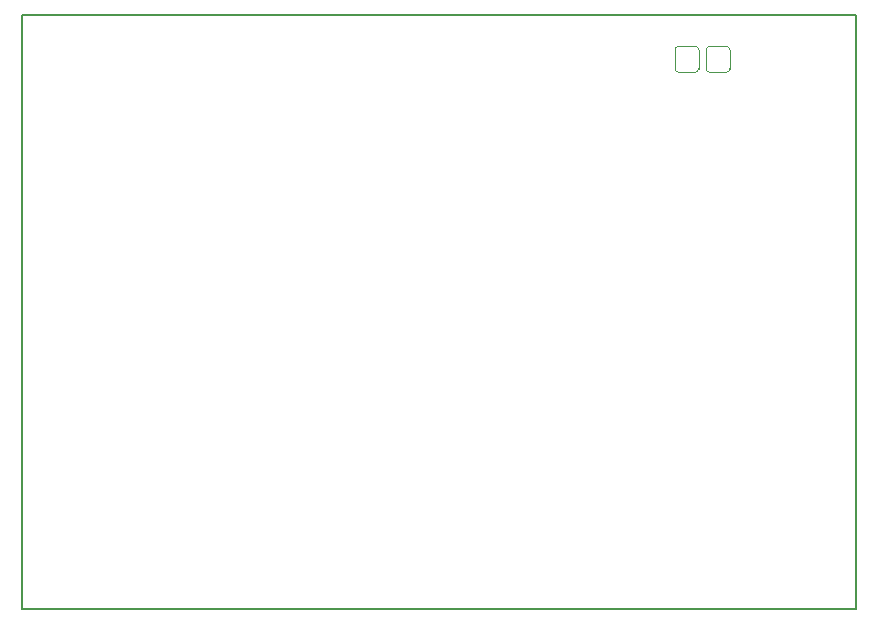
<source format=gbr>
%TF.GenerationSoftware,KiCad,Pcbnew,7.0.7-7.0.7~ubuntu23.04.1*%
%TF.CreationDate,2023-09-27T06:57:10+00:00*%
%TF.ProjectId,USBSDREADER01,55534253-4452-4454-9144-455230312e6b,rev?*%
%TF.SameCoordinates,Original*%
%TF.FileFunction,Profile,NP*%
%FSLAX46Y46*%
G04 Gerber Fmt 4.6, Leading zero omitted, Abs format (unit mm)*
G04 Created by KiCad (PCBNEW 7.0.7-7.0.7~ubuntu23.04.1) date 2023-09-27 06:57:11*
%MOMM*%
%LPD*%
G01*
G04 APERTURE LIST*
%TA.AperFunction,Profile*%
%ADD10C,0.150000*%
%TD*%
%TA.AperFunction,Profile*%
%ADD11C,0.050000*%
%TD*%
G04 APERTURE END LIST*
D10*
X5334000Y55626000D02*
X75946000Y55626000D01*
X75946000Y5334001D01*
X5334000Y5334001D01*
X5334000Y55626000D01*
D11*
%TO.C,D3*%
X64980000Y50800000D02*
X63580000Y50800000D01*
X63280000Y51100000D02*
X63280000Y52700000D01*
X65280000Y52700000D02*
X65280000Y51100000D01*
X63580000Y53000000D02*
X64980000Y53000000D01*
X63280000Y51100000D02*
G75*
G03*
X63580000Y50800000I300000J0D01*
G01*
X64980000Y50800000D02*
G75*
G03*
X65280000Y51100000I0J300000D01*
G01*
X63580000Y53000000D02*
G75*
G03*
X63280000Y52700000I0J-300000D01*
G01*
X65280000Y52700000D02*
G75*
G03*
X64980000Y53000000I-300000J0D01*
G01*
%TO.C,D4*%
X62340000Y50800000D02*
X60940000Y50800000D01*
X60640000Y51100000D02*
X60640000Y52700000D01*
X62640000Y52700000D02*
X62640000Y51100000D01*
X60940000Y53000000D02*
X62340000Y53000000D01*
X60640000Y51100000D02*
G75*
G03*
X60940000Y50800000I300000J0D01*
G01*
X62340000Y50800000D02*
G75*
G03*
X62640000Y51100000I0J300000D01*
G01*
X60940000Y53000000D02*
G75*
G03*
X60640000Y52700000I0J-300000D01*
G01*
X62640000Y52700000D02*
G75*
G03*
X62340000Y53000000I-300000J0D01*
G01*
%TD*%
M02*

</source>
